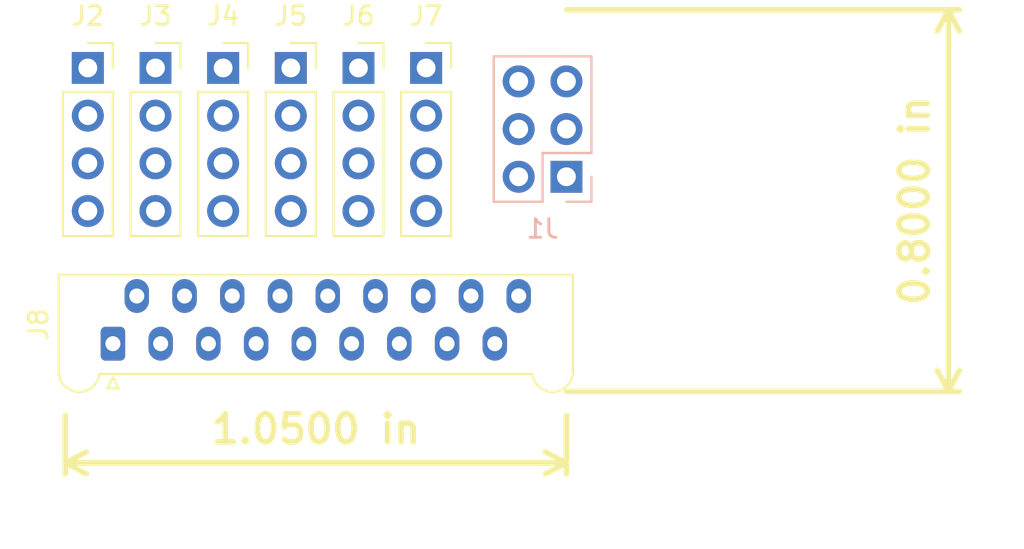
<source format=kicad_pcb>
(kicad_pcb (version 20171130) (host pcbnew "(5.0.2)-1")

  (general
    (thickness 1.6)
    (drawings 2)
    (tracks 0)
    (zones 0)
    (modules 8)
    (nets 36)
  )

  (page A4)
  (layers
    (0 F.Cu signal)
    (31 B.Cu signal)
    (32 B.Adhes user)
    (33 F.Adhes user)
    (34 B.Paste user)
    (35 F.Paste user)
    (36 B.SilkS user)
    (37 F.SilkS user)
    (38 B.Mask user)
    (39 F.Mask user)
    (40 Dwgs.User user)
    (41 Cmts.User user)
    (42 Eco1.User user)
    (43 Eco2.User user)
    (44 Edge.Cuts user)
    (45 Margin user)
    (46 B.CrtYd user)
    (47 F.CrtYd user)
    (48 B.Fab user)
    (49 F.Fab user)
  )

  (setup
    (last_trace_width 0.25)
    (trace_clearance 0.2)
    (zone_clearance 0.508)
    (zone_45_only no)
    (trace_min 0.2)
    (segment_width 0.2)
    (edge_width 0.1)
    (via_size 0.8)
    (via_drill 0.4)
    (via_min_size 0.4)
    (via_min_drill 0.3)
    (uvia_size 0.3)
    (uvia_drill 0.1)
    (uvias_allowed no)
    (uvia_min_size 0.2)
    (uvia_min_drill 0.1)
    (pcb_text_width 0.3)
    (pcb_text_size 1.5 1.5)
    (mod_edge_width 0.15)
    (mod_text_size 1 1)
    (mod_text_width 0.15)
    (pad_size 1.5 1.5)
    (pad_drill 0.6)
    (pad_to_mask_clearance 0)
    (solder_mask_min_width 0.25)
    (aux_axis_origin 0 0)
    (visible_elements 7FFFFFFF)
    (pcbplotparams
      (layerselection 0x010fc_ffffffff)
      (usegerberextensions false)
      (usegerberattributes false)
      (usegerberadvancedattributes false)
      (creategerberjobfile false)
      (excludeedgelayer true)
      (linewidth 0.100000)
      (plotframeref false)
      (viasonmask false)
      (mode 1)
      (useauxorigin false)
      (hpglpennumber 1)
      (hpglpenspeed 20)
      (hpglpendiameter 15.000000)
      (psnegative false)
      (psa4output false)
      (plotreference true)
      (plotvalue true)
      (plotinvisibletext false)
      (padsonsilk false)
      (subtractmaskfromsilk false)
      (outputformat 1)
      (mirror false)
      (drillshape 1)
      (scaleselection 1)
      (outputdirectory ""))
  )

  (net 0 "")
  (net 1 GND)
  (net 2 /5V)
  (net 3 /MISO)
  (net 4 /SCK)
  (net 5 /MOSI)
  (net 6 "Net-(J1-Pad5)")
  (net 7 "Net-(J2-Pad4)")
  (net 8 "Net-(J2-Pad3)")
  (net 9 "Net-(J3-Pad3)")
  (net 10 "Net-(J3-Pad4)")
  (net 11 "Net-(J4-Pad4)")
  (net 12 "Net-(J4-Pad3)")
  (net 13 "Net-(J5-Pad3)")
  (net 14 "Net-(J5-Pad4)")
  (net 15 "Net-(J6-Pad4)")
  (net 16 "Net-(J6-Pad3)")
  (net 17 "Net-(J7-Pad3)")
  (net 18 "Net-(J7-Pad4)")
  (net 19 "Net-(J8-Pad1)")
  (net 20 "Net-(J8-Pad3)")
  (net 21 "Net-(J8-Pad5)")
  (net 22 "Net-(J8-Pad7)")
  (net 23 "Net-(J8-Pad9)")
  (net 24 "Net-(J8-Pad11)")
  (net 25 "Net-(J8-Pad13)")
  (net 26 "Net-(J8-Pad15)")
  (net 27 "Net-(J8-Pad2)")
  (net 28 "Net-(J8-Pad4)")
  (net 29 "Net-(J8-Pad6)")
  (net 30 "Net-(J8-Pad8)")
  (net 31 "Net-(J8-Pad10)")
  (net 32 "Net-(J8-Pad12)")
  (net 33 "Net-(J8-Pad14)")
  (net 34 "Net-(J8-Pad16)")
  (net 35 "Net-(J8-Pad18)")

  (net_class Default "Questo è il gruppo di collegamenti predefinito"
    (clearance 0.2)
    (trace_width 0.25)
    (via_dia 0.8)
    (via_drill 0.4)
    (uvia_dia 0.3)
    (uvia_drill 0.1)
    (add_net /5V)
    (add_net /MISO)
    (add_net /MOSI)
    (add_net /SCK)
    (add_net GND)
    (add_net "Net-(J1-Pad5)")
    (add_net "Net-(J2-Pad3)")
    (add_net "Net-(J2-Pad4)")
    (add_net "Net-(J3-Pad3)")
    (add_net "Net-(J3-Pad4)")
    (add_net "Net-(J4-Pad3)")
    (add_net "Net-(J4-Pad4)")
    (add_net "Net-(J5-Pad3)")
    (add_net "Net-(J5-Pad4)")
    (add_net "Net-(J6-Pad3)")
    (add_net "Net-(J6-Pad4)")
    (add_net "Net-(J7-Pad3)")
    (add_net "Net-(J7-Pad4)")
    (add_net "Net-(J8-Pad1)")
    (add_net "Net-(J8-Pad10)")
    (add_net "Net-(J8-Pad11)")
    (add_net "Net-(J8-Pad12)")
    (add_net "Net-(J8-Pad13)")
    (add_net "Net-(J8-Pad14)")
    (add_net "Net-(J8-Pad15)")
    (add_net "Net-(J8-Pad16)")
    (add_net "Net-(J8-Pad18)")
    (add_net "Net-(J8-Pad2)")
    (add_net "Net-(J8-Pad3)")
    (add_net "Net-(J8-Pad4)")
    (add_net "Net-(J8-Pad5)")
    (add_net "Net-(J8-Pad6)")
    (add_net "Net-(J8-Pad7)")
    (add_net "Net-(J8-Pad8)")
    (add_net "Net-(J8-Pad9)")
  )

  (module Connector_PinSocket_2.54mm:PinSocket_2x03_P2.54mm_Vertical (layer B.Cu) (tedit 5A19A425) (tstamp 5C56A9A3)
    (at 177.8 77.47)
    (descr "Through hole straight socket strip, 2x03, 2.54mm pitch, double cols (from Kicad 4.0.7), script generated")
    (tags "Through hole socket strip THT 2x03 2.54mm double row")
    (path /5C466183)
    (fp_text reference J1 (at -1.27 2.77) (layer B.SilkS)
      (effects (font (size 1 1) (thickness 0.15)) (justify mirror))
    )
    (fp_text value "ICSP ARDUINO NANO" (at -1.27 -7.85) (layer B.Fab)
      (effects (font (size 1 1) (thickness 0.15)) (justify mirror))
    )
    (fp_line (start -3.81 1.27) (end 0.27 1.27) (layer B.Fab) (width 0.1))
    (fp_line (start 0.27 1.27) (end 1.27 0.27) (layer B.Fab) (width 0.1))
    (fp_line (start 1.27 0.27) (end 1.27 -6.35) (layer B.Fab) (width 0.1))
    (fp_line (start 1.27 -6.35) (end -3.81 -6.35) (layer B.Fab) (width 0.1))
    (fp_line (start -3.81 -6.35) (end -3.81 1.27) (layer B.Fab) (width 0.1))
    (fp_line (start -3.87 1.33) (end -1.27 1.33) (layer B.SilkS) (width 0.12))
    (fp_line (start -3.87 1.33) (end -3.87 -6.41) (layer B.SilkS) (width 0.12))
    (fp_line (start -3.87 -6.41) (end 1.33 -6.41) (layer B.SilkS) (width 0.12))
    (fp_line (start 1.33 -1.27) (end 1.33 -6.41) (layer B.SilkS) (width 0.12))
    (fp_line (start -1.27 -1.27) (end 1.33 -1.27) (layer B.SilkS) (width 0.12))
    (fp_line (start -1.27 1.33) (end -1.27 -1.27) (layer B.SilkS) (width 0.12))
    (fp_line (start 1.33 1.33) (end 1.33 0) (layer B.SilkS) (width 0.12))
    (fp_line (start 0 1.33) (end 1.33 1.33) (layer B.SilkS) (width 0.12))
    (fp_line (start -4.34 1.8) (end 1.76 1.8) (layer B.CrtYd) (width 0.05))
    (fp_line (start 1.76 1.8) (end 1.76 -6.85) (layer B.CrtYd) (width 0.05))
    (fp_line (start 1.76 -6.85) (end -4.34 -6.85) (layer B.CrtYd) (width 0.05))
    (fp_line (start -4.34 -6.85) (end -4.34 1.8) (layer B.CrtYd) (width 0.05))
    (fp_text user %R (at -1.27 -2.54 -90) (layer B.Fab)
      (effects (font (size 1 1) (thickness 0.15)) (justify mirror))
    )
    (pad 1 thru_hole rect (at 0 0) (size 1.7 1.7) (drill 1) (layers *.Cu *.Mask)
      (net 3 /MISO))
    (pad 2 thru_hole oval (at -2.54 0) (size 1.7 1.7) (drill 1) (layers *.Cu *.Mask)
      (net 2 /5V))
    (pad 3 thru_hole oval (at 0 -2.54) (size 1.7 1.7) (drill 1) (layers *.Cu *.Mask)
      (net 4 /SCK))
    (pad 4 thru_hole oval (at -2.54 -2.54) (size 1.7 1.7) (drill 1) (layers *.Cu *.Mask)
      (net 5 /MOSI))
    (pad 5 thru_hole oval (at 0 -5.08) (size 1.7 1.7) (drill 1) (layers *.Cu *.Mask)
      (net 6 "Net-(J1-Pad5)"))
    (pad 6 thru_hole oval (at -2.54 -5.08) (size 1.7 1.7) (drill 1) (layers *.Cu *.Mask)
      (net 1 GND))
    (model ${KISYS3DMOD}/Connector_PinSocket_2.54mm.3dshapes/PinSocket_2x03_P2.54mm_Vertical.wrl
      (at (xyz 0 0 0))
      (scale (xyz 1 1 1))
      (rotate (xyz 0 0 0))
    )
  )

  (module Connector_PinSocket_2.54mm:PinSocket_1x04_P2.54mm_Vertical (layer F.Cu) (tedit 5A19A429) (tstamp 5C56A589)
    (at 152.335001 71.675001)
    (descr "Through hole straight socket strip, 1x04, 2.54mm pitch, single row (from Kicad 4.0.7), script generated")
    (tags "Through hole socket strip THT 1x04 2.54mm single row")
    (path /5C47040E)
    (fp_text reference J2 (at 0 -2.77) (layer F.SilkS)
      (effects (font (size 1 1) (thickness 0.15)))
    )
    (fp_text value Conn_01x04 (at 0 10.39) (layer F.Fab)
      (effects (font (size 1 1) (thickness 0.15)))
    )
    (fp_line (start -1.27 -1.27) (end 0.635 -1.27) (layer F.Fab) (width 0.1))
    (fp_line (start 0.635 -1.27) (end 1.27 -0.635) (layer F.Fab) (width 0.1))
    (fp_line (start 1.27 -0.635) (end 1.27 8.89) (layer F.Fab) (width 0.1))
    (fp_line (start 1.27 8.89) (end -1.27 8.89) (layer F.Fab) (width 0.1))
    (fp_line (start -1.27 8.89) (end -1.27 -1.27) (layer F.Fab) (width 0.1))
    (fp_line (start -1.33 1.27) (end 1.33 1.27) (layer F.SilkS) (width 0.12))
    (fp_line (start -1.33 1.27) (end -1.33 8.95) (layer F.SilkS) (width 0.12))
    (fp_line (start -1.33 8.95) (end 1.33 8.95) (layer F.SilkS) (width 0.12))
    (fp_line (start 1.33 1.27) (end 1.33 8.95) (layer F.SilkS) (width 0.12))
    (fp_line (start 1.33 -1.33) (end 1.33 0) (layer F.SilkS) (width 0.12))
    (fp_line (start 0 -1.33) (end 1.33 -1.33) (layer F.SilkS) (width 0.12))
    (fp_line (start -1.8 -1.8) (end 1.75 -1.8) (layer F.CrtYd) (width 0.05))
    (fp_line (start 1.75 -1.8) (end 1.75 9.4) (layer F.CrtYd) (width 0.05))
    (fp_line (start 1.75 9.4) (end -1.8 9.4) (layer F.CrtYd) (width 0.05))
    (fp_line (start -1.8 9.4) (end -1.8 -1.8) (layer F.CrtYd) (width 0.05))
    (fp_text user %R (at 0 3.81 90) (layer F.Fab)
      (effects (font (size 1 1) (thickness 0.15)))
    )
    (pad 1 thru_hole rect (at 0 0) (size 1.7 1.7) (drill 1) (layers *.Cu *.Mask)
      (net 2 /5V))
    (pad 2 thru_hole oval (at 0 2.54) (size 1.7 1.7) (drill 1) (layers *.Cu *.Mask)
      (net 1 GND))
    (pad 3 thru_hole oval (at 0 5.08) (size 1.7 1.7) (drill 1) (layers *.Cu *.Mask)
      (net 8 "Net-(J2-Pad3)"))
    (pad 4 thru_hole oval (at 0 7.62) (size 1.7 1.7) (drill 1) (layers *.Cu *.Mask)
      (net 7 "Net-(J2-Pad4)"))
    (model ${KISYS3DMOD}/Connector_PinSocket_2.54mm.3dshapes/PinSocket_1x04_P2.54mm_Vertical.wrl
      (at (xyz 0 0 0))
      (scale (xyz 1 1 1))
      (rotate (xyz 0 0 0))
    )
  )

  (module Connector_PinSocket_2.54mm:PinSocket_1x04_P2.54mm_Vertical (layer F.Cu) (tedit 5A19A429) (tstamp 5C56A5A1)
    (at 155.935001 71.675001)
    (descr "Through hole straight socket strip, 1x04, 2.54mm pitch, single row (from Kicad 4.0.7), script generated")
    (tags "Through hole socket strip THT 1x04 2.54mm single row")
    (path /5C470494)
    (fp_text reference J3 (at 0 -2.77) (layer F.SilkS)
      (effects (font (size 1 1) (thickness 0.15)))
    )
    (fp_text value Conn_01x04 (at 0 10.39) (layer F.Fab)
      (effects (font (size 1 1) (thickness 0.15)))
    )
    (fp_text user %R (at 0 3.81 90) (layer F.Fab)
      (effects (font (size 1 1) (thickness 0.15)))
    )
    (fp_line (start -1.8 9.4) (end -1.8 -1.8) (layer F.CrtYd) (width 0.05))
    (fp_line (start 1.75 9.4) (end -1.8 9.4) (layer F.CrtYd) (width 0.05))
    (fp_line (start 1.75 -1.8) (end 1.75 9.4) (layer F.CrtYd) (width 0.05))
    (fp_line (start -1.8 -1.8) (end 1.75 -1.8) (layer F.CrtYd) (width 0.05))
    (fp_line (start 0 -1.33) (end 1.33 -1.33) (layer F.SilkS) (width 0.12))
    (fp_line (start 1.33 -1.33) (end 1.33 0) (layer F.SilkS) (width 0.12))
    (fp_line (start 1.33 1.27) (end 1.33 8.95) (layer F.SilkS) (width 0.12))
    (fp_line (start -1.33 8.95) (end 1.33 8.95) (layer F.SilkS) (width 0.12))
    (fp_line (start -1.33 1.27) (end -1.33 8.95) (layer F.SilkS) (width 0.12))
    (fp_line (start -1.33 1.27) (end 1.33 1.27) (layer F.SilkS) (width 0.12))
    (fp_line (start -1.27 8.89) (end -1.27 -1.27) (layer F.Fab) (width 0.1))
    (fp_line (start 1.27 8.89) (end -1.27 8.89) (layer F.Fab) (width 0.1))
    (fp_line (start 1.27 -0.635) (end 1.27 8.89) (layer F.Fab) (width 0.1))
    (fp_line (start 0.635 -1.27) (end 1.27 -0.635) (layer F.Fab) (width 0.1))
    (fp_line (start -1.27 -1.27) (end 0.635 -1.27) (layer F.Fab) (width 0.1))
    (pad 4 thru_hole oval (at 0 7.62) (size 1.7 1.7) (drill 1) (layers *.Cu *.Mask)
      (net 10 "Net-(J3-Pad4)"))
    (pad 3 thru_hole oval (at 0 5.08) (size 1.7 1.7) (drill 1) (layers *.Cu *.Mask)
      (net 9 "Net-(J3-Pad3)"))
    (pad 2 thru_hole oval (at 0 2.54) (size 1.7 1.7) (drill 1) (layers *.Cu *.Mask)
      (net 1 GND))
    (pad 1 thru_hole rect (at 0 0) (size 1.7 1.7) (drill 1) (layers *.Cu *.Mask)
      (net 2 /5V))
    (model ${KISYS3DMOD}/Connector_PinSocket_2.54mm.3dshapes/PinSocket_1x04_P2.54mm_Vertical.wrl
      (at (xyz 0 0 0))
      (scale (xyz 1 1 1))
      (rotate (xyz 0 0 0))
    )
  )

  (module Connector_PinSocket_2.54mm:PinSocket_1x04_P2.54mm_Vertical (layer F.Cu) (tedit 5A19A429) (tstamp 5C56A5B9)
    (at 159.535001 71.675001)
    (descr "Through hole straight socket strip, 1x04, 2.54mm pitch, single row (from Kicad 4.0.7), script generated")
    (tags "Through hole socket strip THT 1x04 2.54mm single row")
    (path /5C470533)
    (fp_text reference J4 (at 0 -2.77) (layer F.SilkS)
      (effects (font (size 1 1) (thickness 0.15)))
    )
    (fp_text value Conn_01x04 (at 0 10.39) (layer F.Fab)
      (effects (font (size 1 1) (thickness 0.15)))
    )
    (fp_line (start -1.27 -1.27) (end 0.635 -1.27) (layer F.Fab) (width 0.1))
    (fp_line (start 0.635 -1.27) (end 1.27 -0.635) (layer F.Fab) (width 0.1))
    (fp_line (start 1.27 -0.635) (end 1.27 8.89) (layer F.Fab) (width 0.1))
    (fp_line (start 1.27 8.89) (end -1.27 8.89) (layer F.Fab) (width 0.1))
    (fp_line (start -1.27 8.89) (end -1.27 -1.27) (layer F.Fab) (width 0.1))
    (fp_line (start -1.33 1.27) (end 1.33 1.27) (layer F.SilkS) (width 0.12))
    (fp_line (start -1.33 1.27) (end -1.33 8.95) (layer F.SilkS) (width 0.12))
    (fp_line (start -1.33 8.95) (end 1.33 8.95) (layer F.SilkS) (width 0.12))
    (fp_line (start 1.33 1.27) (end 1.33 8.95) (layer F.SilkS) (width 0.12))
    (fp_line (start 1.33 -1.33) (end 1.33 0) (layer F.SilkS) (width 0.12))
    (fp_line (start 0 -1.33) (end 1.33 -1.33) (layer F.SilkS) (width 0.12))
    (fp_line (start -1.8 -1.8) (end 1.75 -1.8) (layer F.CrtYd) (width 0.05))
    (fp_line (start 1.75 -1.8) (end 1.75 9.4) (layer F.CrtYd) (width 0.05))
    (fp_line (start 1.75 9.4) (end -1.8 9.4) (layer F.CrtYd) (width 0.05))
    (fp_line (start -1.8 9.4) (end -1.8 -1.8) (layer F.CrtYd) (width 0.05))
    (fp_text user %R (at 0 3.81 90) (layer F.Fab)
      (effects (font (size 1 1) (thickness 0.15)))
    )
    (pad 1 thru_hole rect (at 0 0) (size 1.7 1.7) (drill 1) (layers *.Cu *.Mask)
      (net 2 /5V))
    (pad 2 thru_hole oval (at 0 2.54) (size 1.7 1.7) (drill 1) (layers *.Cu *.Mask)
      (net 1 GND))
    (pad 3 thru_hole oval (at 0 5.08) (size 1.7 1.7) (drill 1) (layers *.Cu *.Mask)
      (net 12 "Net-(J4-Pad3)"))
    (pad 4 thru_hole oval (at 0 7.62) (size 1.7 1.7) (drill 1) (layers *.Cu *.Mask)
      (net 11 "Net-(J4-Pad4)"))
    (model ${KISYS3DMOD}/Connector_PinSocket_2.54mm.3dshapes/PinSocket_1x04_P2.54mm_Vertical.wrl
      (at (xyz 0 0 0))
      (scale (xyz 1 1 1))
      (rotate (xyz 0 0 0))
    )
  )

  (module Connector_PinSocket_2.54mm:PinSocket_1x04_P2.54mm_Vertical (layer F.Cu) (tedit 5A19A429) (tstamp 5C56A5D1)
    (at 163.135001 71.675001)
    (descr "Through hole straight socket strip, 1x04, 2.54mm pitch, single row (from Kicad 4.0.7), script generated")
    (tags "Through hole socket strip THT 1x04 2.54mm single row")
    (path /5C470589)
    (fp_text reference J5 (at 0 -2.77) (layer F.SilkS)
      (effects (font (size 1 1) (thickness 0.15)))
    )
    (fp_text value Conn_01x04 (at 0 10.39) (layer F.Fab)
      (effects (font (size 1 1) (thickness 0.15)))
    )
    (fp_text user %R (at 0 3.81 90) (layer F.Fab)
      (effects (font (size 1 1) (thickness 0.15)))
    )
    (fp_line (start -1.8 9.4) (end -1.8 -1.8) (layer F.CrtYd) (width 0.05))
    (fp_line (start 1.75 9.4) (end -1.8 9.4) (layer F.CrtYd) (width 0.05))
    (fp_line (start 1.75 -1.8) (end 1.75 9.4) (layer F.CrtYd) (width 0.05))
    (fp_line (start -1.8 -1.8) (end 1.75 -1.8) (layer F.CrtYd) (width 0.05))
    (fp_line (start 0 -1.33) (end 1.33 -1.33) (layer F.SilkS) (width 0.12))
    (fp_line (start 1.33 -1.33) (end 1.33 0) (layer F.SilkS) (width 0.12))
    (fp_line (start 1.33 1.27) (end 1.33 8.95) (layer F.SilkS) (width 0.12))
    (fp_line (start -1.33 8.95) (end 1.33 8.95) (layer F.SilkS) (width 0.12))
    (fp_line (start -1.33 1.27) (end -1.33 8.95) (layer F.SilkS) (width 0.12))
    (fp_line (start -1.33 1.27) (end 1.33 1.27) (layer F.SilkS) (width 0.12))
    (fp_line (start -1.27 8.89) (end -1.27 -1.27) (layer F.Fab) (width 0.1))
    (fp_line (start 1.27 8.89) (end -1.27 8.89) (layer F.Fab) (width 0.1))
    (fp_line (start 1.27 -0.635) (end 1.27 8.89) (layer F.Fab) (width 0.1))
    (fp_line (start 0.635 -1.27) (end 1.27 -0.635) (layer F.Fab) (width 0.1))
    (fp_line (start -1.27 -1.27) (end 0.635 -1.27) (layer F.Fab) (width 0.1))
    (pad 4 thru_hole oval (at 0 7.62) (size 1.7 1.7) (drill 1) (layers *.Cu *.Mask)
      (net 14 "Net-(J5-Pad4)"))
    (pad 3 thru_hole oval (at 0 5.08) (size 1.7 1.7) (drill 1) (layers *.Cu *.Mask)
      (net 13 "Net-(J5-Pad3)"))
    (pad 2 thru_hole oval (at 0 2.54) (size 1.7 1.7) (drill 1) (layers *.Cu *.Mask)
      (net 1 GND))
    (pad 1 thru_hole rect (at 0 0) (size 1.7 1.7) (drill 1) (layers *.Cu *.Mask)
      (net 2 /5V))
    (model ${KISYS3DMOD}/Connector_PinSocket_2.54mm.3dshapes/PinSocket_1x04_P2.54mm_Vertical.wrl
      (at (xyz 0 0 0))
      (scale (xyz 1 1 1))
      (rotate (xyz 0 0 0))
    )
  )

  (module Connector_PinSocket_2.54mm:PinSocket_1x04_P2.54mm_Vertical (layer F.Cu) (tedit 5A19A429) (tstamp 5C56A5E9)
    (at 166.735001 71.675001)
    (descr "Through hole straight socket strip, 1x04, 2.54mm pitch, single row (from Kicad 4.0.7), script generated")
    (tags "Through hole socket strip THT 1x04 2.54mm single row")
    (path /5C4705ED)
    (fp_text reference J6 (at 0 -2.77) (layer F.SilkS)
      (effects (font (size 1 1) (thickness 0.15)))
    )
    (fp_text value Conn_01x04 (at 0 10.39) (layer F.Fab)
      (effects (font (size 1 1) (thickness 0.15)))
    )
    (fp_line (start -1.27 -1.27) (end 0.635 -1.27) (layer F.Fab) (width 0.1))
    (fp_line (start 0.635 -1.27) (end 1.27 -0.635) (layer F.Fab) (width 0.1))
    (fp_line (start 1.27 -0.635) (end 1.27 8.89) (layer F.Fab) (width 0.1))
    (fp_line (start 1.27 8.89) (end -1.27 8.89) (layer F.Fab) (width 0.1))
    (fp_line (start -1.27 8.89) (end -1.27 -1.27) (layer F.Fab) (width 0.1))
    (fp_line (start -1.33 1.27) (end 1.33 1.27) (layer F.SilkS) (width 0.12))
    (fp_line (start -1.33 1.27) (end -1.33 8.95) (layer F.SilkS) (width 0.12))
    (fp_line (start -1.33 8.95) (end 1.33 8.95) (layer F.SilkS) (width 0.12))
    (fp_line (start 1.33 1.27) (end 1.33 8.95) (layer F.SilkS) (width 0.12))
    (fp_line (start 1.33 -1.33) (end 1.33 0) (layer F.SilkS) (width 0.12))
    (fp_line (start 0 -1.33) (end 1.33 -1.33) (layer F.SilkS) (width 0.12))
    (fp_line (start -1.8 -1.8) (end 1.75 -1.8) (layer F.CrtYd) (width 0.05))
    (fp_line (start 1.75 -1.8) (end 1.75 9.4) (layer F.CrtYd) (width 0.05))
    (fp_line (start 1.75 9.4) (end -1.8 9.4) (layer F.CrtYd) (width 0.05))
    (fp_line (start -1.8 9.4) (end -1.8 -1.8) (layer F.CrtYd) (width 0.05))
    (fp_text user %R (at 0 3.81 90) (layer F.Fab)
      (effects (font (size 1 1) (thickness 0.15)))
    )
    (pad 1 thru_hole rect (at 0 0) (size 1.7 1.7) (drill 1) (layers *.Cu *.Mask)
      (net 2 /5V))
    (pad 2 thru_hole oval (at 0 2.54) (size 1.7 1.7) (drill 1) (layers *.Cu *.Mask)
      (net 1 GND))
    (pad 3 thru_hole oval (at 0 5.08) (size 1.7 1.7) (drill 1) (layers *.Cu *.Mask)
      (net 16 "Net-(J6-Pad3)"))
    (pad 4 thru_hole oval (at 0 7.62) (size 1.7 1.7) (drill 1) (layers *.Cu *.Mask)
      (net 15 "Net-(J6-Pad4)"))
    (model ${KISYS3DMOD}/Connector_PinSocket_2.54mm.3dshapes/PinSocket_1x04_P2.54mm_Vertical.wrl
      (at (xyz 0 0 0))
      (scale (xyz 1 1 1))
      (rotate (xyz 0 0 0))
    )
  )

  (module Connector_PinSocket_2.54mm:PinSocket_1x04_P2.54mm_Vertical (layer F.Cu) (tedit 5A19A429) (tstamp 5C56A601)
    (at 170.335001 71.675001)
    (descr "Through hole straight socket strip, 1x04, 2.54mm pitch, single row (from Kicad 4.0.7), script generated")
    (tags "Through hole socket strip THT 1x04 2.54mm single row")
    (path /5C47064D)
    (fp_text reference J7 (at 0 -2.77) (layer F.SilkS)
      (effects (font (size 1 1) (thickness 0.15)))
    )
    (fp_text value Conn_01x04 (at 0 10.39) (layer F.Fab)
      (effects (font (size 1 1) (thickness 0.15)))
    )
    (fp_text user %R (at 0 3.81 90) (layer F.Fab)
      (effects (font (size 1 1) (thickness 0.15)))
    )
    (fp_line (start -1.8 9.4) (end -1.8 -1.8) (layer F.CrtYd) (width 0.05))
    (fp_line (start 1.75 9.4) (end -1.8 9.4) (layer F.CrtYd) (width 0.05))
    (fp_line (start 1.75 -1.8) (end 1.75 9.4) (layer F.CrtYd) (width 0.05))
    (fp_line (start -1.8 -1.8) (end 1.75 -1.8) (layer F.CrtYd) (width 0.05))
    (fp_line (start 0 -1.33) (end 1.33 -1.33) (layer F.SilkS) (width 0.12))
    (fp_line (start 1.33 -1.33) (end 1.33 0) (layer F.SilkS) (width 0.12))
    (fp_line (start 1.33 1.27) (end 1.33 8.95) (layer F.SilkS) (width 0.12))
    (fp_line (start -1.33 8.95) (end 1.33 8.95) (layer F.SilkS) (width 0.12))
    (fp_line (start -1.33 1.27) (end -1.33 8.95) (layer F.SilkS) (width 0.12))
    (fp_line (start -1.33 1.27) (end 1.33 1.27) (layer F.SilkS) (width 0.12))
    (fp_line (start -1.27 8.89) (end -1.27 -1.27) (layer F.Fab) (width 0.1))
    (fp_line (start 1.27 8.89) (end -1.27 8.89) (layer F.Fab) (width 0.1))
    (fp_line (start 1.27 -0.635) (end 1.27 8.89) (layer F.Fab) (width 0.1))
    (fp_line (start 0.635 -1.27) (end 1.27 -0.635) (layer F.Fab) (width 0.1))
    (fp_line (start -1.27 -1.27) (end 0.635 -1.27) (layer F.Fab) (width 0.1))
    (pad 4 thru_hole oval (at 0 7.62) (size 1.7 1.7) (drill 1) (layers *.Cu *.Mask)
      (net 18 "Net-(J7-Pad4)"))
    (pad 3 thru_hole oval (at 0 5.08) (size 1.7 1.7) (drill 1) (layers *.Cu *.Mask)
      (net 17 "Net-(J7-Pad3)"))
    (pad 2 thru_hole oval (at 0 2.54) (size 1.7 1.7) (drill 1) (layers *.Cu *.Mask)
      (net 1 GND))
    (pad 1 thru_hole rect (at 0 0) (size 1.7 1.7) (drill 1) (layers *.Cu *.Mask)
      (net 2 /5V))
    (model ${KISYS3DMOD}/Connector_PinSocket_2.54mm.3dshapes/PinSocket_1x04_P2.54mm_Vertical.wrl
      (at (xyz 0 0 0))
      (scale (xyz 1 1 1))
      (rotate (xyz 0 0 0))
    )
  )

  (module Connector_Molex:Molex_Picoflex_90325-0018_2x09_P1.27mm_Vertical (layer F.Cu) (tedit 5B7832E0) (tstamp 5C56A630)
    (at 153.67 86.36 90)
    (descr "Molex Picoflex Ribbon-Cable Connectors, 90325-0018, 18 Pins (http://www.molex.com/pdm_docs/sd/903250004_sd.pdf), generated with kicad-footprint-generator")
    (tags "connector Molex Picoflex side entry")
    (path /5C4A383F)
    (fp_text reference J8 (at 1.02 -3.96 90) (layer F.SilkS)
      (effects (font (size 1 1) (thickness 0.15)))
    )
    (fp_text value Conn_02x09_Counter_Clockwise (at 1.02 25.54 90) (layer F.Fab)
      (effects (font (size 1 1) (thickness 0.15)))
    )
    (fp_arc (start -1.48 -1.8) (end -1.48 -0.85) (angle 180) (layer F.Fab) (width 0.1))
    (fp_arc (start -1.48 -1.8) (end -1.61 -0.72) (angle 180) (layer F.SilkS) (width 0.12))
    (fp_arc (start -1.48 23.39) (end -1.48 24.345) (angle 180) (layer F.Fab) (width 0.1))
    (fp_arc (start -1.48 23.39) (end -1.47 24.475) (angle 170) (layer F.SilkS) (width 0.12))
    (fp_line (start -1.48 -2.755) (end 3.52 -2.755) (layer F.Fab) (width 0.1))
    (fp_line (start -1.48 -2.885) (end 3.65 -2.885) (layer F.SilkS) (width 0.12))
    (fp_line (start 3.52 -2.755) (end 3.52 24.345) (layer F.Fab) (width 0.1))
    (fp_line (start 3.65 -2.885) (end 3.65 24.475) (layer F.SilkS) (width 0.12))
    (fp_line (start 3.52 24.345) (end -1.48 24.345) (layer F.Fab) (width 0.1))
    (fp_line (start 3.65 24.475) (end -1.48 24.475) (layer F.SilkS) (width 0.12))
    (fp_line (start -1.48 -0.845) (end -1.48 -0.5) (layer F.Fab) (width 0.1))
    (fp_line (start -1.48 -0.5) (end -0.98 0) (layer F.Fab) (width 0.1))
    (fp_line (start -0.98 0) (end -1.48 0.5) (layer F.Fab) (width 0.1))
    (fp_line (start -1.48 0.5) (end -1.48 22.435) (layer F.Fab) (width 0.1))
    (fp_line (start -1.61 -0.715) (end -1.61 22.305) (layer F.SilkS) (width 0.12))
    (fp_line (start -1.78 0) (end -2.38 -0.3) (layer F.SilkS) (width 0.12))
    (fp_line (start -2.38 -0.3) (end -2.38 0.3) (layer F.SilkS) (width 0.12))
    (fp_line (start -2.38 0.3) (end -1.78 0) (layer F.SilkS) (width 0.12))
    (fp_line (start -2.93 -3.26) (end -2.93 24.84) (layer F.CrtYd) (width 0.05))
    (fp_line (start -2.93 24.84) (end 4.02 24.84) (layer F.CrtYd) (width 0.05))
    (fp_line (start 4.02 24.84) (end 4.02 -3.26) (layer F.CrtYd) (width 0.05))
    (fp_line (start 4.02 -3.26) (end -2.93 -3.26) (layer F.CrtYd) (width 0.05))
    (fp_text user %R (at 1.02 -2.05 90) (layer F.Fab)
      (effects (font (size 1 1) (thickness 0.15)))
    )
    (pad 1 thru_hole roundrect (at 0 0 90) (size 1.8 1.3) (drill 0.8) (layers *.Cu *.Mask) (roundrect_rratio 0.192308)
      (net 19 "Net-(J8-Pad1)"))
    (pad 3 thru_hole oval (at 0 2.54 90) (size 1.8 1.3) (drill 0.8) (layers *.Cu *.Mask)
      (net 20 "Net-(J8-Pad3)"))
    (pad 5 thru_hole oval (at 0 5.08 90) (size 1.8 1.3) (drill 0.8) (layers *.Cu *.Mask)
      (net 21 "Net-(J8-Pad5)"))
    (pad 7 thru_hole oval (at 0 7.62 90) (size 1.8 1.3) (drill 0.8) (layers *.Cu *.Mask)
      (net 22 "Net-(J8-Pad7)"))
    (pad 9 thru_hole oval (at 0 10.16 90) (size 1.8 1.3) (drill 0.8) (layers *.Cu *.Mask)
      (net 23 "Net-(J8-Pad9)"))
    (pad 11 thru_hole oval (at 0 12.7 90) (size 1.8 1.3) (drill 0.8) (layers *.Cu *.Mask)
      (net 24 "Net-(J8-Pad11)"))
    (pad 13 thru_hole oval (at 0 15.24 90) (size 1.8 1.3) (drill 0.8) (layers *.Cu *.Mask)
      (net 25 "Net-(J8-Pad13)"))
    (pad 15 thru_hole oval (at 0 17.78 90) (size 1.8 1.3) (drill 0.8) (layers *.Cu *.Mask)
      (net 26 "Net-(J8-Pad15)"))
    (pad 17 thru_hole oval (at 0 20.32 90) (size 1.8 1.3) (drill 0.8) (layers *.Cu *.Mask)
      (net 5 /MOSI))
    (pad 2 thru_hole oval (at 2.54 1.27 90) (size 1.8 1.3) (drill 0.8) (layers *.Cu *.Mask)
      (net 27 "Net-(J8-Pad2)"))
    (pad 4 thru_hole oval (at 2.54 3.81 90) (size 1.8 1.3) (drill 0.8) (layers *.Cu *.Mask)
      (net 28 "Net-(J8-Pad4)"))
    (pad 6 thru_hole oval (at 2.54 6.35 90) (size 1.8 1.3) (drill 0.8) (layers *.Cu *.Mask)
      (net 29 "Net-(J8-Pad6)"))
    (pad 8 thru_hole oval (at 2.54 8.89 90) (size 1.8 1.3) (drill 0.8) (layers *.Cu *.Mask)
      (net 30 "Net-(J8-Pad8)"))
    (pad 10 thru_hole oval (at 2.54 11.43 90) (size 1.8 1.3) (drill 0.8) (layers *.Cu *.Mask)
      (net 31 "Net-(J8-Pad10)"))
    (pad 12 thru_hole oval (at 2.54 13.97 90) (size 1.8 1.3) (drill 0.8) (layers *.Cu *.Mask)
      (net 32 "Net-(J8-Pad12)"))
    (pad 14 thru_hole oval (at 2.54 16.51 90) (size 1.8 1.3) (drill 0.8) (layers *.Cu *.Mask)
      (net 33 "Net-(J8-Pad14)"))
    (pad 16 thru_hole oval (at 2.54 19.05 90) (size 1.8 1.3) (drill 0.8) (layers *.Cu *.Mask)
      (net 34 "Net-(J8-Pad16)"))
    (pad 18 thru_hole oval (at 2.54 21.59 90) (size 1.8 1.3) (drill 0.8) (layers *.Cu *.Mask)
      (net 35 "Net-(J8-Pad18)"))
    (pad "" np_thru_hole circle (at -1.48 -1.8 90) (size 1.5 1.5) (drill 1.5) (layers *.Cu *.Mask))
    (pad "" np_thru_hole circle (at -1.48 23.39 90) (size 1.5 1.5) (drill 1.5) (layers *.Cu *.Mask))
    (model ${KISYS3DMOD}/Connector_Molex.3dshapes/Molex_Picoflex_90325-0018_2x09_P1.27mm_Vertical.wrl
      (at (xyz 0 0 0))
      (scale (xyz 1 1 1))
      (rotate (xyz 0 0 0))
    )
  )

  (dimension 20.32 (width 0.3) (layer F.SilkS)
    (gr_text "20.320 mm" (at 200.22 78.74 90) (layer F.SilkS)
      (effects (font (size 1.5 1.5) (thickness 0.3)))
    )
    (feature1 (pts (xy 177.8 68.58) (xy 198.706421 68.58)))
    (feature2 (pts (xy 177.8 88.9) (xy 198.706421 88.9)))
    (crossbar (pts (xy 198.12 88.9) (xy 198.12 68.58)))
    (arrow1a (pts (xy 198.12 68.58) (xy 198.706421 69.706504)))
    (arrow1b (pts (xy 198.12 68.58) (xy 197.533579 69.706504)))
    (arrow2a (pts (xy 198.12 88.9) (xy 198.706421 87.773496)))
    (arrow2b (pts (xy 198.12 88.9) (xy 197.533579 87.773496)))
  )
  (dimension 26.67 (width 0.3) (layer F.SilkS)
    (gr_text "26.670 mm" (at 164.465 94.81) (layer F.SilkS)
      (effects (font (size 1.5 1.5) (thickness 0.3)))
    )
    (feature1 (pts (xy 177.8 90.17) (xy 177.8 93.296421)))
    (feature2 (pts (xy 151.13 90.17) (xy 151.13 93.296421)))
    (crossbar (pts (xy 151.13 92.71) (xy 177.8 92.71)))
    (arrow1a (pts (xy 177.8 92.71) (xy 176.673496 93.296421)))
    (arrow1b (pts (xy 177.8 92.71) (xy 176.673496 92.123579)))
    (arrow2a (pts (xy 151.13 92.71) (xy 152.256504 93.296421)))
    (arrow2b (pts (xy 151.13 92.71) (xy 152.256504 92.123579)))
  )

)

</source>
